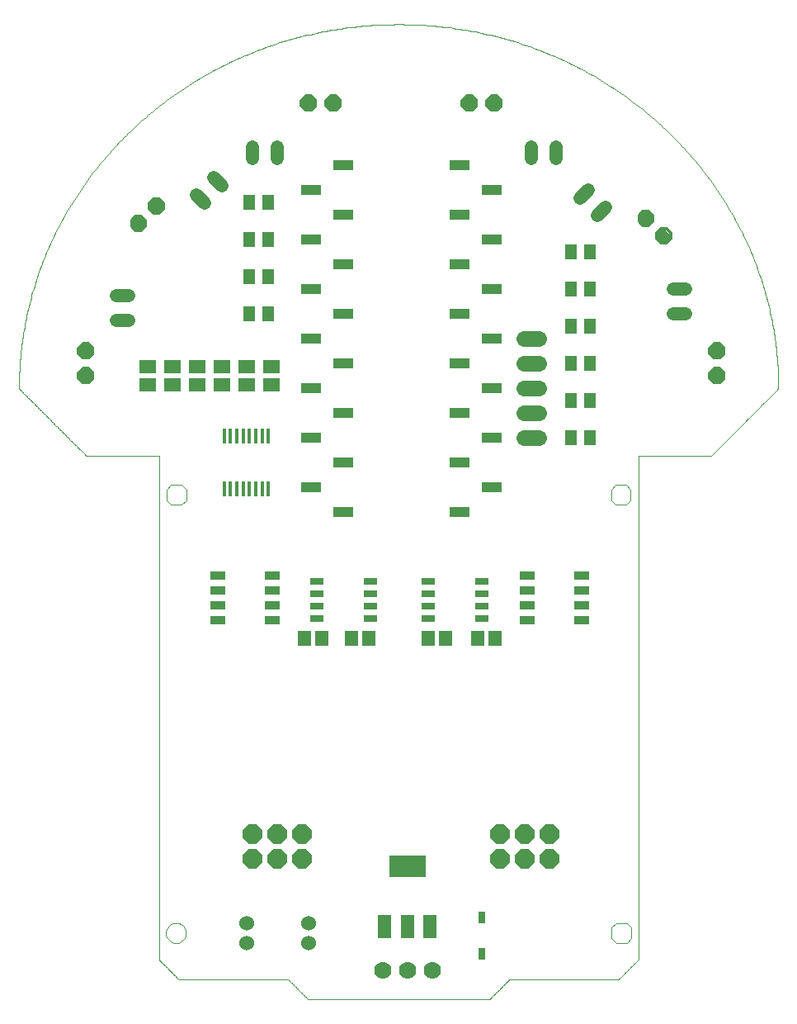
<source format=gts>
G75*
G70*
%OFA0B0*%
%FSLAX24Y24*%
%IPPOS*%
%LPD*%
%AMOC8*
5,1,8,0,0,1.08239X$1,22.5*
%
%ADD10C,0.0000*%
%ADD11R,0.0540X0.0290*%
%ADD12R,0.0591X0.0355*%
%ADD13OC8,0.0780*%
%ADD14R,0.0552X0.0631*%
%ADD15C,0.0640*%
%ADD16C,0.0600*%
%ADD17C,0.0700*%
%ADD18R,0.0178X0.0603*%
%ADD19R,0.0670X0.0552*%
%ADD20OC8,0.0700*%
%ADD21C,0.0520*%
%ADD22R,0.0473X0.0591*%
%ADD23C,0.0140*%
%ADD24R,0.0830X0.0430*%
%ADD25R,0.0316X0.0512*%
%ADD26R,0.0520X0.0920*%
%ADD27R,0.1457X0.0906*%
D10*
X007661Y002111D02*
X007661Y022468D01*
X004701Y022468D01*
X004659Y022510D01*
X004617Y022553D01*
X004490Y022680D01*
X004448Y022722D01*
X004406Y022764D01*
X004363Y022806D01*
X004321Y022849D01*
X004279Y022891D01*
X004237Y022933D01*
X004152Y023018D01*
X004110Y023060D01*
X004067Y023102D01*
X003983Y023187D01*
X003941Y023229D01*
X003898Y023271D01*
X003856Y023313D01*
X003814Y023356D01*
X003772Y023398D01*
X003729Y023440D01*
X003687Y023482D01*
X003645Y023525D01*
X003603Y023567D01*
X003560Y023609D01*
X003476Y023694D01*
X003433Y023736D01*
X003391Y023778D01*
X003307Y023863D01*
X003264Y023905D01*
X003222Y023947D01*
X003180Y023990D01*
X003138Y024032D01*
X003095Y024074D01*
X003053Y024117D01*
X002969Y024201D01*
X002926Y024243D01*
X002884Y024286D01*
X002842Y024328D01*
X002799Y024370D01*
X002757Y024412D01*
X002715Y024455D01*
X002673Y024497D01*
X002630Y024539D01*
X002588Y024581D01*
X002546Y024624D01*
X002504Y024666D01*
X002461Y024708D01*
X002419Y024750D01*
X002377Y024793D01*
X002335Y024835D01*
X002292Y024877D01*
X002208Y024962D01*
X002166Y025004D01*
X002123Y025046D01*
X002081Y025089D01*
X002039Y025131D01*
X001996Y025173D01*
X001996Y025300D01*
X001998Y025426D01*
X002001Y025552D01*
X002005Y025679D01*
X002010Y025804D01*
X002016Y025930D01*
X002023Y026055D01*
X002031Y026180D01*
X002041Y026304D01*
X002051Y026429D01*
X002063Y026553D01*
X002076Y026676D01*
X002089Y026800D01*
X002103Y026923D01*
X002120Y027045D01*
X002136Y027168D01*
X002154Y027290D01*
X002173Y027412D01*
X002193Y027533D01*
X002214Y027655D01*
X002236Y027775D01*
X002259Y027896D01*
X002283Y028016D01*
X002308Y028136D01*
X002334Y028255D01*
X002361Y028374D01*
X002389Y028493D01*
X002418Y028611D01*
X002448Y028729D01*
X002480Y028847D01*
X002511Y028964D01*
X002544Y029081D01*
X002579Y029197D01*
X002613Y029314D01*
X002649Y029429D01*
X002686Y029544D01*
X002724Y029660D01*
X002763Y029774D01*
X002803Y029888D01*
X002843Y030002D01*
X002885Y030115D01*
X002928Y030227D01*
X002971Y030340D01*
X003015Y030452D01*
X003061Y030563D01*
X003107Y030674D01*
X003154Y030785D01*
X003203Y030895D01*
X003251Y031005D01*
X003301Y031114D01*
X003352Y031223D01*
X003404Y031331D01*
X003456Y031439D01*
X003510Y031546D01*
X003564Y031653D01*
X003619Y031760D01*
X003676Y031865D01*
X003732Y031971D01*
X003790Y032076D01*
X003849Y032180D01*
X003908Y032284D01*
X003968Y032387D01*
X004030Y032490D01*
X004092Y032593D01*
X004154Y032694D01*
X004218Y032795D01*
X004283Y032897D01*
X004348Y032997D01*
X004414Y033096D01*
X004481Y033196D01*
X004549Y033294D01*
X004618Y033392D01*
X004687Y033490D01*
X004757Y033586D01*
X004828Y033683D01*
X004900Y033779D01*
X004972Y033874D01*
X005119Y034063D01*
X005194Y034156D01*
X005270Y034248D01*
X005346Y034341D01*
X005423Y034433D01*
X005501Y034523D01*
X005580Y034614D01*
X005659Y034704D01*
X005739Y034793D01*
X005820Y034882D01*
X005901Y034970D01*
X006066Y035144D01*
X006150Y035230D01*
X006235Y035315D01*
X006319Y035400D01*
X006405Y035484D01*
X006492Y035567D01*
X006579Y035650D01*
X006667Y035732D01*
X006755Y035814D01*
X006844Y035895D01*
X006934Y035975D01*
X007025Y036054D01*
X007116Y036133D01*
X007208Y036211D01*
X007301Y036288D01*
X007393Y036365D01*
X007487Y036441D01*
X007582Y036516D01*
X007677Y036591D01*
X007772Y036665D01*
X007869Y036738D01*
X007966Y036810D01*
X008063Y036882D01*
X008162Y036952D01*
X008260Y037023D01*
X008360Y037092D01*
X008460Y037161D01*
X008560Y037229D01*
X008661Y037296D01*
X008764Y037362D01*
X008866Y037428D01*
X008969Y037493D01*
X009072Y037557D01*
X009176Y037621D01*
X009281Y037683D01*
X009386Y037745D01*
X009492Y037806D01*
X009598Y037866D01*
X009812Y037984D01*
X009920Y038042D01*
X010029Y038098D01*
X010138Y038155D01*
X010247Y038210D01*
X010358Y038264D01*
X010468Y038319D01*
X010579Y038372D01*
X010691Y038423D01*
X010803Y038475D01*
X010915Y038525D01*
X011029Y038574D01*
X011142Y038623D01*
X011256Y038671D01*
X011371Y038717D01*
X011486Y038764D01*
X011601Y038809D01*
X011717Y038853D01*
X011833Y038897D01*
X011950Y038939D01*
X012068Y038981D01*
X012185Y039022D01*
X012304Y039062D01*
X012541Y039139D01*
X012661Y039176D01*
X012781Y039212D01*
X012901Y039248D01*
X013022Y039282D01*
X013143Y039315D01*
X013265Y039348D01*
X013387Y039380D01*
X013509Y039410D01*
X013632Y039440D01*
X013755Y039469D01*
X013879Y039496D01*
X014003Y039524D01*
X014127Y039549D01*
X014252Y039574D01*
X014377Y039599D01*
X014502Y039621D01*
X014628Y039643D01*
X014754Y039665D01*
X014881Y039685D01*
X015008Y039703D01*
X015135Y039722D01*
X015262Y039739D01*
X015390Y039755D01*
X015518Y039770D01*
X015647Y039784D01*
X015776Y039797D01*
X015905Y039809D01*
X016034Y039820D01*
X016164Y039830D01*
X016294Y039839D01*
X016425Y039847D01*
X016555Y039854D01*
X016686Y039860D01*
X016817Y039865D01*
X016949Y039868D01*
X017081Y039871D01*
X017213Y039873D01*
X017345Y039873D01*
X017330Y039873D02*
X017462Y039873D01*
X017594Y039871D01*
X017726Y039868D01*
X017857Y039865D01*
X017989Y039860D01*
X018120Y039854D01*
X018250Y039847D01*
X018381Y039839D01*
X018511Y039830D01*
X018640Y039820D01*
X018770Y039809D01*
X018899Y039797D01*
X019028Y039784D01*
X019157Y039770D01*
X019285Y039755D01*
X019413Y039739D01*
X019540Y039722D01*
X019667Y039703D01*
X019794Y039685D01*
X019921Y039665D01*
X020047Y039643D01*
X020173Y039621D01*
X020298Y039599D01*
X020423Y039574D01*
X020548Y039549D01*
X020672Y039524D01*
X020796Y039496D01*
X020920Y039469D01*
X021043Y039440D01*
X021288Y039380D01*
X021410Y039348D01*
X021532Y039315D01*
X021653Y039282D01*
X021774Y039248D01*
X021894Y039212D01*
X022014Y039176D01*
X022134Y039139D01*
X022371Y039062D01*
X022490Y039022D01*
X022725Y038939D01*
X022842Y038897D01*
X022958Y038853D01*
X023074Y038809D01*
X023189Y038764D01*
X023304Y038717D01*
X023419Y038671D01*
X023533Y038623D01*
X023646Y038574D01*
X023760Y038525D01*
X023872Y038475D01*
X023984Y038423D01*
X024096Y038372D01*
X024207Y038319D01*
X024317Y038264D01*
X024428Y038210D01*
X024537Y038155D01*
X024646Y038098D01*
X024755Y038042D01*
X024863Y037984D01*
X025077Y037866D01*
X025183Y037806D01*
X025289Y037745D01*
X025394Y037683D01*
X025499Y037621D01*
X025603Y037557D01*
X025706Y037493D01*
X025809Y037428D01*
X025911Y037362D01*
X026013Y037296D01*
X026115Y037229D01*
X026215Y037161D01*
X026315Y037092D01*
X026415Y037023D01*
X026513Y036952D01*
X026612Y036882D01*
X026709Y036810D01*
X026806Y036738D01*
X026903Y036665D01*
X026998Y036591D01*
X027093Y036516D01*
X027188Y036441D01*
X027282Y036365D01*
X027374Y036288D01*
X027467Y036211D01*
X027559Y036133D01*
X027650Y036054D01*
X027741Y035975D01*
X027831Y035895D01*
X027920Y035814D01*
X028008Y035732D01*
X028096Y035650D01*
X028183Y035567D01*
X028270Y035484D01*
X028356Y035400D01*
X028440Y035315D01*
X028525Y035230D01*
X028609Y035144D01*
X028691Y035057D01*
X028774Y034970D01*
X028855Y034882D01*
X028936Y034793D01*
X029016Y034704D01*
X029095Y034614D01*
X029174Y034523D01*
X029252Y034433D01*
X029329Y034341D01*
X029405Y034248D01*
X029481Y034156D01*
X029556Y034063D01*
X029629Y033968D01*
X029703Y033874D01*
X029775Y033779D01*
X029918Y033586D01*
X029988Y033490D01*
X030057Y033392D01*
X030126Y033294D01*
X030194Y033196D01*
X030260Y033096D01*
X030327Y032997D01*
X030392Y032897D01*
X030521Y032694D01*
X030583Y032593D01*
X030645Y032490D01*
X030707Y032387D01*
X030767Y032284D01*
X030826Y032180D01*
X030885Y032076D01*
X030943Y031971D01*
X030999Y031865D01*
X031056Y031760D01*
X031111Y031653D01*
X031165Y031546D01*
X031219Y031439D01*
X031271Y031331D01*
X031323Y031223D01*
X031374Y031114D01*
X031424Y031005D01*
X031521Y030785D01*
X031568Y030674D01*
X031614Y030563D01*
X031660Y030452D01*
X031704Y030340D01*
X031790Y030115D01*
X031832Y030002D01*
X031872Y029888D01*
X031912Y029774D01*
X031951Y029660D01*
X031988Y029544D01*
X032026Y029429D01*
X032062Y029314D01*
X032096Y029197D01*
X032131Y029081D01*
X032164Y028964D01*
X032195Y028847D01*
X032227Y028729D01*
X032257Y028611D01*
X032285Y028493D01*
X032314Y028374D01*
X032341Y028255D01*
X032367Y028136D01*
X032392Y028016D01*
X032416Y027896D01*
X032439Y027775D01*
X032461Y027655D01*
X032482Y027533D01*
X032502Y027412D01*
X032521Y027290D01*
X032539Y027168D01*
X032555Y027045D01*
X032571Y026923D01*
X032586Y026800D01*
X032599Y026676D01*
X032612Y026553D01*
X032624Y026429D01*
X032634Y026304D01*
X032644Y026180D01*
X032652Y026055D01*
X032658Y025930D01*
X032665Y025804D01*
X032670Y025679D01*
X032673Y025552D01*
X032677Y025426D01*
X032678Y025300D01*
X032678Y025173D01*
X032636Y025131D01*
X032594Y025089D01*
X032552Y025046D01*
X032509Y025004D01*
X032467Y024962D01*
X032425Y024919D01*
X032383Y024877D01*
X032340Y024835D01*
X032298Y024793D01*
X032256Y024750D01*
X032213Y024708D01*
X032171Y024666D01*
X032129Y024624D01*
X032087Y024581D01*
X032044Y024539D01*
X031960Y024455D01*
X031918Y024412D01*
X031875Y024370D01*
X031791Y024286D01*
X031749Y024243D01*
X031706Y024201D01*
X031664Y024159D01*
X031622Y024117D01*
X031579Y024074D01*
X031537Y024032D01*
X031495Y023990D01*
X031453Y023947D01*
X031410Y023905D01*
X031368Y023863D01*
X031326Y023821D01*
X031284Y023778D01*
X031241Y023736D01*
X031199Y023694D01*
X031157Y023652D01*
X031115Y023609D01*
X031030Y023525D01*
X030988Y023482D01*
X030946Y023440D01*
X030903Y023398D01*
X030861Y023356D01*
X030819Y023313D01*
X030777Y023271D01*
X030734Y023229D01*
X030692Y023187D01*
X030650Y023144D01*
X030607Y023102D01*
X030565Y023060D01*
X030523Y023018D01*
X030481Y022975D01*
X030438Y022933D01*
X030396Y022891D01*
X030354Y022849D01*
X030269Y022764D01*
X030227Y022722D01*
X030185Y022680D01*
X030143Y022637D01*
X030100Y022595D01*
X030058Y022553D01*
X030016Y022510D01*
X029973Y022468D01*
X027014Y022468D01*
X027014Y002111D01*
X027001Y002099D01*
X026989Y002087D01*
X026965Y002062D01*
X026952Y002050D01*
X026940Y002038D01*
X026928Y002025D01*
X026903Y002001D01*
X026891Y001989D01*
X026879Y001976D01*
X026854Y001952D01*
X026842Y001940D01*
X026830Y001927D01*
X026817Y001915D01*
X026805Y001903D01*
X026793Y001890D01*
X026756Y001854D01*
X026744Y001842D01*
X026732Y001829D01*
X026707Y001805D01*
X026695Y001792D01*
X026683Y001780D01*
X026646Y001743D01*
X026634Y001731D01*
X026621Y001719D01*
X026609Y001707D01*
X026597Y001694D01*
X026572Y001670D01*
X026560Y001658D01*
X026548Y001645D01*
X026536Y001633D01*
X026511Y001609D01*
X026499Y001596D01*
X026486Y001584D01*
X026474Y001572D01*
X026462Y001560D01*
X026450Y001547D01*
X026437Y001535D01*
X026425Y001523D01*
X026413Y001511D01*
X026401Y001498D01*
X026388Y001486D01*
X026352Y001449D01*
X026339Y001437D01*
X026315Y001413D01*
X026303Y001400D01*
X026266Y001364D01*
X026254Y001351D01*
X026241Y001339D01*
X026229Y001327D01*
X021812Y001327D01*
X021799Y001314D01*
X021787Y001301D01*
X021774Y001288D01*
X021761Y001276D01*
X021748Y001263D01*
X021735Y001250D01*
X021722Y001237D01*
X021697Y001211D01*
X021684Y001198D01*
X021658Y001173D01*
X021645Y001160D01*
X021633Y001147D01*
X021620Y001134D01*
X021594Y001109D01*
X021581Y001096D01*
X021568Y001083D01*
X021543Y001057D01*
X021517Y001032D01*
X021491Y001006D01*
X021479Y000993D01*
X021466Y000980D01*
X021453Y000968D01*
X021440Y000955D01*
X021427Y000942D01*
X021414Y000929D01*
X021389Y000903D01*
X021376Y000891D01*
X021363Y000878D01*
X021350Y000865D01*
X021337Y000852D01*
X021325Y000839D01*
X021312Y000826D01*
X021286Y000801D01*
X021261Y000775D01*
X021235Y000750D01*
X021222Y000737D01*
X021209Y000724D01*
X021184Y000698D01*
X021171Y000685D01*
X021158Y000672D01*
X021132Y000647D01*
X021107Y000621D01*
X021094Y000608D01*
X021081Y000596D01*
X021068Y000583D01*
X021055Y000570D01*
X021042Y000557D01*
X021030Y000544D01*
X021017Y000531D01*
X021004Y000519D01*
X020991Y000506D01*
X013684Y000506D01*
X013671Y000519D01*
X013658Y000531D01*
X013645Y000544D01*
X013632Y000557D01*
X013620Y000570D01*
X013607Y000583D01*
X013594Y000596D01*
X013581Y000608D01*
X013568Y000621D01*
X013555Y000634D01*
X013543Y000647D01*
X013530Y000660D01*
X013517Y000672D01*
X013504Y000685D01*
X013491Y000698D01*
X013478Y000711D01*
X013466Y000724D01*
X013453Y000737D01*
X013440Y000750D01*
X013414Y000775D01*
X013401Y000788D01*
X013389Y000801D01*
X013376Y000814D01*
X013363Y000826D01*
X013337Y000852D01*
X013325Y000865D01*
X013312Y000878D01*
X013299Y000891D01*
X013286Y000903D01*
X013273Y000916D01*
X013260Y000929D01*
X013247Y000942D01*
X013222Y000968D01*
X013209Y000980D01*
X013196Y000993D01*
X013183Y001006D01*
X013171Y001019D01*
X013158Y001032D01*
X013145Y001045D01*
X013132Y001057D01*
X013106Y001083D01*
X013094Y001096D01*
X013081Y001109D01*
X013055Y001134D01*
X013042Y001147D01*
X013029Y001160D01*
X013017Y001173D01*
X013004Y001186D01*
X012991Y001198D01*
X012978Y001211D01*
X012965Y001224D01*
X012952Y001237D01*
X012940Y001250D01*
X012927Y001263D01*
X012914Y001276D01*
X012901Y001288D01*
X012888Y001301D01*
X012875Y001314D01*
X012863Y001327D01*
X008446Y001327D01*
X008434Y001339D01*
X008421Y001351D01*
X008409Y001364D01*
X008372Y001400D01*
X008360Y001413D01*
X008348Y001425D01*
X008335Y001437D01*
X008323Y001449D01*
X008299Y001474D01*
X008286Y001486D01*
X008274Y001498D01*
X008262Y001511D01*
X008250Y001523D01*
X008237Y001535D01*
X008225Y001547D01*
X008213Y001560D01*
X008201Y001572D01*
X008188Y001584D01*
X008176Y001596D01*
X008164Y001609D01*
X008139Y001633D01*
X008127Y001645D01*
X008115Y001658D01*
X008078Y001694D01*
X008066Y001707D01*
X008041Y001731D01*
X008029Y001743D01*
X007992Y001780D01*
X007980Y001792D01*
X007968Y001805D01*
X007943Y001829D01*
X007931Y001842D01*
X007919Y001854D01*
X007882Y001890D01*
X007870Y001903D01*
X007857Y001915D01*
X007845Y001927D01*
X007833Y001940D01*
X007821Y001952D01*
X007796Y001976D01*
X007784Y001989D01*
X007772Y002001D01*
X007747Y002025D01*
X007735Y002038D01*
X007723Y002050D01*
X007710Y002062D01*
X007686Y002087D01*
X007674Y002099D01*
X007661Y002111D01*
X008130Y002844D02*
X008059Y002915D01*
X007988Y002987D01*
X007943Y003085D01*
X007943Y003302D01*
X007988Y003401D01*
X008059Y003472D01*
X008130Y003543D01*
X008228Y003587D01*
X008446Y003587D01*
X008544Y003543D01*
X008616Y003472D01*
X008687Y003401D01*
X008731Y003302D01*
X008731Y003085D01*
X008687Y002987D01*
X008616Y002915D01*
X008544Y002844D01*
X008446Y002800D01*
X008228Y002800D01*
X008130Y002844D01*
X008143Y020491D02*
X007966Y020667D01*
X007966Y021102D01*
X008143Y021278D01*
X008578Y021278D01*
X008754Y021102D01*
X008754Y020667D01*
X008578Y020491D01*
X008143Y020491D01*
X025921Y020667D02*
X025921Y021102D01*
X026097Y021278D01*
X026532Y021278D01*
X026708Y021102D01*
X026708Y020667D01*
X026532Y020491D01*
X026097Y020491D01*
X025921Y020667D01*
X026120Y003587D02*
X025944Y003411D01*
X025944Y002976D01*
X026120Y002800D01*
X026555Y002800D01*
X026731Y002976D01*
X026731Y003411D01*
X026555Y003587D01*
X026120Y003587D01*
D11*
X020680Y015880D03*
X020680Y016380D03*
X020680Y016880D03*
X020680Y017380D03*
X018520Y017380D03*
X018520Y016880D03*
X018520Y016380D03*
X018520Y015880D03*
X016180Y015880D03*
X016180Y016380D03*
X016180Y016880D03*
X016180Y017380D03*
X014020Y017380D03*
X014020Y016880D03*
X014020Y016380D03*
X014020Y015880D03*
D12*
X012241Y015806D03*
X012241Y016408D03*
X012241Y017011D03*
X012241Y017613D03*
X010036Y017613D03*
X010036Y017011D03*
X010036Y016408D03*
X010036Y015806D03*
X022536Y015806D03*
X022536Y016408D03*
X022536Y017011D03*
X022536Y017613D03*
X024741Y017613D03*
X024741Y017011D03*
X024741Y016408D03*
X024741Y015806D03*
D13*
X023430Y007180D03*
X023430Y006180D03*
X022430Y006180D03*
X022430Y007180D03*
X021430Y007180D03*
X021430Y006180D03*
X013430Y006180D03*
X013430Y007180D03*
X012430Y007180D03*
X012430Y006180D03*
X011430Y006180D03*
X011430Y007180D03*
D14*
X013545Y015080D03*
X014215Y015080D03*
X015445Y015080D03*
X016115Y015080D03*
X018545Y015080D03*
X019215Y015080D03*
X020545Y015080D03*
X021215Y015080D03*
D15*
X022380Y023180D02*
X022980Y023180D01*
X022980Y024180D02*
X022380Y024180D01*
X022380Y025180D02*
X022980Y025180D01*
X022980Y026180D02*
X022380Y026180D01*
X022380Y027180D02*
X022980Y027180D01*
D16*
X013680Y003574D03*
X013680Y002786D03*
X011180Y002786D03*
X011180Y003574D03*
D17*
X016680Y001680D03*
X017680Y001680D03*
X018680Y001680D03*
D18*
X012076Y021117D03*
X011820Y021117D03*
X011564Y021117D03*
X011308Y021117D03*
X011052Y021117D03*
X010796Y021117D03*
X010540Y021117D03*
X010284Y021117D03*
X010284Y023243D03*
X010540Y023243D03*
X010796Y023243D03*
X011052Y023243D03*
X011308Y023243D03*
X011564Y023243D03*
X011820Y023243D03*
X012076Y023243D03*
D19*
X012180Y025306D03*
X012180Y026054D03*
X011180Y026054D03*
X011180Y025306D03*
X010180Y025306D03*
X010180Y026054D03*
X009180Y026054D03*
X009180Y025306D03*
X008180Y025306D03*
X008180Y026054D03*
X007180Y026054D03*
X007180Y025306D03*
D20*
X004680Y025680D03*
X004680Y026680D03*
X013680Y036680D03*
X014680Y036680D03*
X020180Y036680D03*
X021180Y036680D03*
X030180Y026680D03*
X030180Y025680D03*
D21*
X028920Y028180D02*
X028440Y028180D01*
X028440Y029180D02*
X028920Y029180D01*
X025703Y032496D02*
X025364Y032157D01*
X024657Y032864D02*
X024996Y033203D01*
X023680Y034440D02*
X023680Y034920D01*
X022680Y034920D02*
X022680Y034440D01*
X012430Y034440D02*
X012430Y034920D01*
X011430Y034920D02*
X011430Y034440D01*
X010203Y033364D02*
X009864Y033703D01*
X009157Y032996D02*
X009496Y032657D01*
X006420Y028930D02*
X005940Y028930D01*
X005940Y027930D02*
X006420Y027930D01*
D22*
X011286Y028180D03*
X012074Y028180D03*
X012074Y029680D03*
X011286Y029680D03*
X011286Y031180D03*
X012074Y031180D03*
X012074Y032680D03*
X011286Y032680D03*
X024286Y030680D03*
X025074Y030680D03*
X025074Y029180D03*
X024286Y029180D03*
X024286Y027680D03*
X025074Y027680D03*
X025074Y026180D03*
X024286Y026180D03*
X024286Y024680D03*
X025074Y024680D03*
X025074Y023180D03*
X024286Y023180D03*
D23*
X028080Y031117D02*
X028150Y031047D01*
X027918Y031047D01*
X027755Y031210D01*
X027755Y031442D01*
X027918Y031605D01*
X028150Y031605D01*
X028313Y031442D01*
X028313Y031210D01*
X028150Y031047D01*
X028106Y031152D01*
X027962Y031152D01*
X027860Y031254D01*
X027860Y031398D01*
X027962Y031500D01*
X028106Y031500D01*
X028208Y031398D01*
X028208Y031254D01*
X028106Y031152D01*
X028063Y031257D01*
X028005Y031257D01*
X027965Y031297D01*
X027965Y031355D01*
X028005Y031395D01*
X028063Y031395D01*
X028103Y031355D01*
X028103Y031297D01*
X028063Y031257D01*
X027372Y031825D02*
X027442Y031755D01*
X027210Y031755D01*
X027047Y031918D01*
X027047Y032150D01*
X027210Y032313D01*
X027442Y032313D01*
X027605Y032150D01*
X027605Y031918D01*
X027442Y031755D01*
X027398Y031860D01*
X027254Y031860D01*
X027152Y031962D01*
X027152Y032106D01*
X027254Y032208D01*
X027398Y032208D01*
X027500Y032106D01*
X027500Y031962D01*
X027398Y031860D01*
X027355Y031965D01*
X027297Y031965D01*
X027257Y032005D01*
X027257Y032063D01*
X027297Y032103D01*
X027355Y032103D01*
X027395Y032063D01*
X027395Y032005D01*
X027355Y031965D01*
X007743Y032580D02*
X007813Y032650D01*
X007813Y032418D01*
X007650Y032255D01*
X007418Y032255D01*
X007255Y032418D01*
X007255Y032650D01*
X007418Y032813D01*
X007650Y032813D01*
X007813Y032650D01*
X007708Y032606D01*
X007708Y032462D01*
X007606Y032360D01*
X007462Y032360D01*
X007360Y032462D01*
X007360Y032606D01*
X007462Y032708D01*
X007606Y032708D01*
X007708Y032606D01*
X007603Y032563D01*
X007603Y032505D01*
X007563Y032465D01*
X007505Y032465D01*
X007465Y032505D01*
X007465Y032563D01*
X007505Y032603D01*
X007563Y032603D01*
X007603Y032563D01*
X007035Y031872D02*
X007105Y031942D01*
X007105Y031710D01*
X006942Y031547D01*
X006710Y031547D01*
X006547Y031710D01*
X006547Y031942D01*
X006710Y032105D01*
X006942Y032105D01*
X007105Y031942D01*
X007000Y031898D01*
X007000Y031754D01*
X006898Y031652D01*
X006754Y031652D01*
X006652Y031754D01*
X006652Y031898D01*
X006754Y032000D01*
X006898Y032000D01*
X007000Y031898D01*
X006895Y031855D01*
X006895Y031797D01*
X006855Y031757D01*
X006797Y031757D01*
X006757Y031797D01*
X006757Y031855D01*
X006797Y031895D01*
X006855Y031895D01*
X006895Y031855D01*
D24*
X013780Y031180D03*
X015080Y030180D03*
X013780Y029180D03*
X015080Y028180D03*
X013780Y027180D03*
X015080Y026180D03*
X013780Y025180D03*
X015080Y024180D03*
X013780Y023180D03*
X015080Y022180D03*
X013780Y021180D03*
X015080Y020180D03*
X019780Y020180D03*
X021080Y021180D03*
X019780Y022180D03*
X021080Y023180D03*
X019780Y024180D03*
X021080Y025180D03*
X019780Y026180D03*
X021080Y027180D03*
X019780Y028180D03*
X021080Y029180D03*
X019780Y030180D03*
X021080Y031180D03*
X019780Y032180D03*
X021080Y033180D03*
X019780Y034180D03*
X015080Y034180D03*
X013780Y033180D03*
X015080Y032180D03*
D25*
X020680Y003808D03*
X020680Y002352D03*
D26*
X018590Y003460D03*
X017680Y003460D03*
X016770Y003460D03*
D27*
X017680Y005900D03*
M02*

</source>
